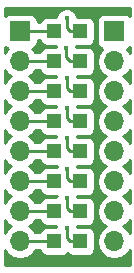
<source format=gbr>
G04 #@! TF.FileFunction,Copper,L1,Top,Signal*
%FSLAX46Y46*%
G04 Gerber Fmt 4.6, Leading zero omitted, Abs format (unit mm)*
G04 Created by KiCad (PCBNEW 4.0.7) date 11/15/17 16:50:02*
%MOMM*%
%LPD*%
G01*
G04 APERTURE LIST*
%ADD10C,0.100000*%
%ADD11R,1.700000X1.700000*%
%ADD12O,1.700000X1.700000*%
%ADD13R,1.200000X1.200000*%
%ADD14C,0.453000*%
%ADD15C,0.250000*%
%ADD16C,0.254000*%
G04 APERTURE END LIST*
D10*
D11*
X168947600Y-113109200D03*
D12*
X168947600Y-115649200D03*
X168947600Y-118189200D03*
X168947600Y-120729200D03*
X168947600Y-123269200D03*
X168947600Y-125809200D03*
X168947600Y-128349200D03*
X168947600Y-130889200D03*
D11*
X160947600Y-113109200D03*
D12*
X160947600Y-115649200D03*
X160947600Y-118189200D03*
X160947600Y-120729200D03*
X160947600Y-123269200D03*
X160947600Y-125809200D03*
X160947600Y-128349200D03*
X160947600Y-130889200D03*
D13*
X166047600Y-130889200D03*
X163847600Y-130889200D03*
X166047600Y-128349200D03*
X163847600Y-128349200D03*
X166047600Y-125809200D03*
X163847600Y-125809200D03*
X166047600Y-123269200D03*
X163847600Y-123269200D03*
X166047600Y-120729200D03*
X163847600Y-120729200D03*
X166047600Y-118189200D03*
X163847600Y-118189200D03*
X166047600Y-115649200D03*
X163847600Y-115649200D03*
X166047600Y-113109200D03*
X163847600Y-113109200D03*
D14*
X164900000Y-112000006D03*
X164850000Y-114500000D03*
X164900000Y-117050000D03*
X164900000Y-119600002D03*
X164900000Y-122150006D03*
X164950004Y-124750000D03*
X164900000Y-127250000D03*
X164900000Y-129750002D03*
D15*
X164900000Y-112320325D02*
X164900000Y-112000006D01*
X165197600Y-113109200D02*
X164900000Y-112811600D01*
X166047600Y-113109200D02*
X165197600Y-113109200D01*
X164900000Y-112811600D02*
X164900000Y-112320325D01*
X160947600Y-113109200D02*
X163847600Y-113109200D01*
X164850000Y-114820319D02*
X164850000Y-114500000D01*
X164850000Y-115301600D02*
X164850000Y-114820319D01*
X165197600Y-115649200D02*
X164850000Y-115301600D01*
X166047600Y-115649200D02*
X165197600Y-115649200D01*
X163847600Y-115649200D02*
X160947600Y-115649200D01*
X165197600Y-118189200D02*
X164900000Y-117891600D01*
X166047600Y-118189200D02*
X165197600Y-118189200D01*
X164900000Y-117891600D02*
X164900000Y-117370319D01*
X164900000Y-117370319D02*
X164900000Y-117050000D01*
X161149681Y-118189200D02*
X163847600Y-118189200D01*
X164900000Y-120431600D02*
X164900000Y-119920321D01*
X166047600Y-120729200D02*
X165197600Y-120729200D01*
X164900000Y-119920321D02*
X164900000Y-119600002D01*
X165197600Y-120729200D02*
X164900000Y-120431600D01*
X163847600Y-120729200D02*
X162997600Y-120729200D01*
X162997600Y-120729200D02*
X160947600Y-120729200D01*
X164900000Y-122971600D02*
X164900000Y-122470325D01*
X165197600Y-123269200D02*
X164900000Y-122971600D01*
X166047600Y-123269200D02*
X165197600Y-123269200D01*
X164900000Y-122470325D02*
X164900000Y-122150006D01*
X163847600Y-123269200D02*
X160947600Y-123269200D01*
X164950004Y-125070319D02*
X164950004Y-124750000D01*
X164950004Y-125561604D02*
X164950004Y-125070319D01*
X165197600Y-125809200D02*
X164950004Y-125561604D01*
X166047600Y-125809200D02*
X165197600Y-125809200D01*
X163847600Y-125809200D02*
X160947600Y-125809200D01*
X164900000Y-127570319D02*
X164900000Y-127250000D01*
X164900000Y-128051600D02*
X164900000Y-127570319D01*
X165197600Y-128349200D02*
X164900000Y-128051600D01*
X166047600Y-128349200D02*
X165197600Y-128349200D01*
X160947600Y-128349200D02*
X162149681Y-128349200D01*
X162149681Y-128349200D02*
X163847600Y-128349200D01*
X164900000Y-130070321D02*
X164900000Y-129750002D01*
X164900000Y-130591600D02*
X164900000Y-130070321D01*
X165197600Y-130889200D02*
X164900000Y-130591600D01*
X166047600Y-130889200D02*
X165197600Y-130889200D01*
X163847600Y-130889200D02*
X162997600Y-130889200D01*
X162997600Y-130889200D02*
X160947600Y-130889200D01*
D16*
G36*
X170240000Y-111792939D02*
X170049490Y-111662769D01*
X169797600Y-111611760D01*
X168097600Y-111611760D01*
X167862283Y-111656038D01*
X167646159Y-111795110D01*
X167501169Y-112007310D01*
X167450160Y-112259200D01*
X167450160Y-113959200D01*
X167494438Y-114194517D01*
X167633510Y-114410641D01*
X167845710Y-114555631D01*
X167913141Y-114569286D01*
X167868453Y-114599146D01*
X167546546Y-115080915D01*
X167433507Y-115649200D01*
X167546546Y-116217485D01*
X167868453Y-116699254D01*
X168197626Y-116919200D01*
X167868453Y-117139146D01*
X167546546Y-117620915D01*
X167433507Y-118189200D01*
X167546546Y-118757485D01*
X167868453Y-119239254D01*
X168197626Y-119459200D01*
X167868453Y-119679146D01*
X167546546Y-120160915D01*
X167433507Y-120729200D01*
X167546546Y-121297485D01*
X167868453Y-121779254D01*
X168197626Y-121999200D01*
X167868453Y-122219146D01*
X167546546Y-122700915D01*
X167433507Y-123269200D01*
X167546546Y-123837485D01*
X167868453Y-124319254D01*
X168197626Y-124539200D01*
X167868453Y-124759146D01*
X167546546Y-125240915D01*
X167433507Y-125809200D01*
X167546546Y-126377485D01*
X167868453Y-126859254D01*
X168197626Y-127079200D01*
X167868453Y-127299146D01*
X167546546Y-127780915D01*
X167433507Y-128349200D01*
X167546546Y-128917485D01*
X167868453Y-129399254D01*
X168197626Y-129619200D01*
X167868453Y-129839146D01*
X167546546Y-130320915D01*
X167433507Y-130889200D01*
X167546546Y-131457485D01*
X167868453Y-131939254D01*
X168350222Y-132261161D01*
X168918507Y-132374200D01*
X168976693Y-132374200D01*
X169544978Y-132261161D01*
X170026747Y-131939254D01*
X170240000Y-131620098D01*
X170240000Y-132890000D01*
X159660000Y-132890000D01*
X159660000Y-131627281D01*
X159868453Y-131939254D01*
X160350222Y-132261161D01*
X160918507Y-132374200D01*
X160976693Y-132374200D01*
X161544978Y-132261161D01*
X162026747Y-131939254D01*
X162220554Y-131649200D01*
X162630266Y-131649200D01*
X162644438Y-131724517D01*
X162783510Y-131940641D01*
X162995710Y-132085631D01*
X163247600Y-132136640D01*
X164447600Y-132136640D01*
X164682917Y-132092362D01*
X164899041Y-131953290D01*
X164946734Y-131883489D01*
X164983510Y-131940641D01*
X165195710Y-132085631D01*
X165447600Y-132136640D01*
X166647600Y-132136640D01*
X166882917Y-132092362D01*
X167099041Y-131953290D01*
X167244031Y-131741090D01*
X167295040Y-131489200D01*
X167295040Y-130289200D01*
X167250762Y-130053883D01*
X167111690Y-129837759D01*
X166899490Y-129692769D01*
X166647600Y-129641760D01*
X165761595Y-129641760D01*
X165761634Y-129596640D01*
X166647600Y-129596640D01*
X166882917Y-129552362D01*
X167099041Y-129413290D01*
X167244031Y-129201090D01*
X167295040Y-128949200D01*
X167295040Y-127749200D01*
X167250762Y-127513883D01*
X167111690Y-127297759D01*
X166899490Y-127152769D01*
X166647600Y-127101760D01*
X165761629Y-127101760D01*
X165761649Y-127079389D01*
X165752249Y-127056640D01*
X166647600Y-127056640D01*
X166882917Y-127012362D01*
X167099041Y-126873290D01*
X167244031Y-126661090D01*
X167295040Y-126409200D01*
X167295040Y-125209200D01*
X167250762Y-124973883D01*
X167111690Y-124757759D01*
X166899490Y-124612769D01*
X166647600Y-124561760D01*
X165804369Y-124561760D01*
X165785726Y-124516640D01*
X166647600Y-124516640D01*
X166882917Y-124472362D01*
X167099041Y-124333290D01*
X167244031Y-124121090D01*
X167295040Y-123869200D01*
X167295040Y-122669200D01*
X167250762Y-122433883D01*
X167111690Y-122217759D01*
X166899490Y-122072769D01*
X166647600Y-122021760D01*
X165761612Y-122021760D01*
X165761649Y-121979395D01*
X165760511Y-121976640D01*
X166647600Y-121976640D01*
X166882917Y-121932362D01*
X167099041Y-121793290D01*
X167244031Y-121581090D01*
X167295040Y-121329200D01*
X167295040Y-120129200D01*
X167250762Y-119893883D01*
X167111690Y-119677759D01*
X166899490Y-119532769D01*
X166647600Y-119481760D01*
X165761603Y-119481760D01*
X165761643Y-119436640D01*
X166647600Y-119436640D01*
X166882917Y-119392362D01*
X167099041Y-119253290D01*
X167244031Y-119041090D01*
X167295040Y-118789200D01*
X167295040Y-117589200D01*
X167250762Y-117353883D01*
X167111690Y-117137759D01*
X166899490Y-116992769D01*
X166647600Y-116941760D01*
X165761595Y-116941760D01*
X165761634Y-116896640D01*
X166647600Y-116896640D01*
X166882917Y-116852362D01*
X167099041Y-116713290D01*
X167244031Y-116501090D01*
X167295040Y-116249200D01*
X167295040Y-115049200D01*
X167250762Y-114813883D01*
X167111690Y-114597759D01*
X166899490Y-114452769D01*
X166647600Y-114401760D01*
X165711586Y-114401760D01*
X165711625Y-114356640D01*
X166647600Y-114356640D01*
X166882917Y-114312362D01*
X167099041Y-114173290D01*
X167244031Y-113961090D01*
X167295040Y-113709200D01*
X167295040Y-112509200D01*
X167250762Y-112273883D01*
X167111690Y-112057759D01*
X166899490Y-111912769D01*
X166647600Y-111861760D01*
X165761621Y-111861760D01*
X165761649Y-111829395D01*
X165630770Y-111512643D01*
X165388638Y-111270088D01*
X165072115Y-111138656D01*
X164729389Y-111138357D01*
X164412637Y-111269236D01*
X164170082Y-111511368D01*
X164038650Y-111827891D01*
X164038620Y-111861760D01*
X163247600Y-111861760D01*
X163012283Y-111906038D01*
X162796159Y-112045110D01*
X162651169Y-112257310D01*
X162632561Y-112349200D01*
X162445040Y-112349200D01*
X162445040Y-112259200D01*
X162400762Y-112023883D01*
X162261690Y-111807759D01*
X162049490Y-111662769D01*
X161797600Y-111611760D01*
X160097600Y-111611760D01*
X159862283Y-111656038D01*
X159660000Y-111786204D01*
X159660000Y-111110000D01*
X170240000Y-111110000D01*
X170240000Y-111792939D01*
X170240000Y-111792939D01*
G37*
X170240000Y-111792939D02*
X170049490Y-111662769D01*
X169797600Y-111611760D01*
X168097600Y-111611760D01*
X167862283Y-111656038D01*
X167646159Y-111795110D01*
X167501169Y-112007310D01*
X167450160Y-112259200D01*
X167450160Y-113959200D01*
X167494438Y-114194517D01*
X167633510Y-114410641D01*
X167845710Y-114555631D01*
X167913141Y-114569286D01*
X167868453Y-114599146D01*
X167546546Y-115080915D01*
X167433507Y-115649200D01*
X167546546Y-116217485D01*
X167868453Y-116699254D01*
X168197626Y-116919200D01*
X167868453Y-117139146D01*
X167546546Y-117620915D01*
X167433507Y-118189200D01*
X167546546Y-118757485D01*
X167868453Y-119239254D01*
X168197626Y-119459200D01*
X167868453Y-119679146D01*
X167546546Y-120160915D01*
X167433507Y-120729200D01*
X167546546Y-121297485D01*
X167868453Y-121779254D01*
X168197626Y-121999200D01*
X167868453Y-122219146D01*
X167546546Y-122700915D01*
X167433507Y-123269200D01*
X167546546Y-123837485D01*
X167868453Y-124319254D01*
X168197626Y-124539200D01*
X167868453Y-124759146D01*
X167546546Y-125240915D01*
X167433507Y-125809200D01*
X167546546Y-126377485D01*
X167868453Y-126859254D01*
X168197626Y-127079200D01*
X167868453Y-127299146D01*
X167546546Y-127780915D01*
X167433507Y-128349200D01*
X167546546Y-128917485D01*
X167868453Y-129399254D01*
X168197626Y-129619200D01*
X167868453Y-129839146D01*
X167546546Y-130320915D01*
X167433507Y-130889200D01*
X167546546Y-131457485D01*
X167868453Y-131939254D01*
X168350222Y-132261161D01*
X168918507Y-132374200D01*
X168976693Y-132374200D01*
X169544978Y-132261161D01*
X170026747Y-131939254D01*
X170240000Y-131620098D01*
X170240000Y-132890000D01*
X159660000Y-132890000D01*
X159660000Y-131627281D01*
X159868453Y-131939254D01*
X160350222Y-132261161D01*
X160918507Y-132374200D01*
X160976693Y-132374200D01*
X161544978Y-132261161D01*
X162026747Y-131939254D01*
X162220554Y-131649200D01*
X162630266Y-131649200D01*
X162644438Y-131724517D01*
X162783510Y-131940641D01*
X162995710Y-132085631D01*
X163247600Y-132136640D01*
X164447600Y-132136640D01*
X164682917Y-132092362D01*
X164899041Y-131953290D01*
X164946734Y-131883489D01*
X164983510Y-131940641D01*
X165195710Y-132085631D01*
X165447600Y-132136640D01*
X166647600Y-132136640D01*
X166882917Y-132092362D01*
X167099041Y-131953290D01*
X167244031Y-131741090D01*
X167295040Y-131489200D01*
X167295040Y-130289200D01*
X167250762Y-130053883D01*
X167111690Y-129837759D01*
X166899490Y-129692769D01*
X166647600Y-129641760D01*
X165761595Y-129641760D01*
X165761634Y-129596640D01*
X166647600Y-129596640D01*
X166882917Y-129552362D01*
X167099041Y-129413290D01*
X167244031Y-129201090D01*
X167295040Y-128949200D01*
X167295040Y-127749200D01*
X167250762Y-127513883D01*
X167111690Y-127297759D01*
X166899490Y-127152769D01*
X166647600Y-127101760D01*
X165761629Y-127101760D01*
X165761649Y-127079389D01*
X165752249Y-127056640D01*
X166647600Y-127056640D01*
X166882917Y-127012362D01*
X167099041Y-126873290D01*
X167244031Y-126661090D01*
X167295040Y-126409200D01*
X167295040Y-125209200D01*
X167250762Y-124973883D01*
X167111690Y-124757759D01*
X166899490Y-124612769D01*
X166647600Y-124561760D01*
X165804369Y-124561760D01*
X165785726Y-124516640D01*
X166647600Y-124516640D01*
X166882917Y-124472362D01*
X167099041Y-124333290D01*
X167244031Y-124121090D01*
X167295040Y-123869200D01*
X167295040Y-122669200D01*
X167250762Y-122433883D01*
X167111690Y-122217759D01*
X166899490Y-122072769D01*
X166647600Y-122021760D01*
X165761612Y-122021760D01*
X165761649Y-121979395D01*
X165760511Y-121976640D01*
X166647600Y-121976640D01*
X166882917Y-121932362D01*
X167099041Y-121793290D01*
X167244031Y-121581090D01*
X167295040Y-121329200D01*
X167295040Y-120129200D01*
X167250762Y-119893883D01*
X167111690Y-119677759D01*
X166899490Y-119532769D01*
X166647600Y-119481760D01*
X165761603Y-119481760D01*
X165761643Y-119436640D01*
X166647600Y-119436640D01*
X166882917Y-119392362D01*
X167099041Y-119253290D01*
X167244031Y-119041090D01*
X167295040Y-118789200D01*
X167295040Y-117589200D01*
X167250762Y-117353883D01*
X167111690Y-117137759D01*
X166899490Y-116992769D01*
X166647600Y-116941760D01*
X165761595Y-116941760D01*
X165761634Y-116896640D01*
X166647600Y-116896640D01*
X166882917Y-116852362D01*
X167099041Y-116713290D01*
X167244031Y-116501090D01*
X167295040Y-116249200D01*
X167295040Y-115049200D01*
X167250762Y-114813883D01*
X167111690Y-114597759D01*
X166899490Y-114452769D01*
X166647600Y-114401760D01*
X165711586Y-114401760D01*
X165711625Y-114356640D01*
X166647600Y-114356640D01*
X166882917Y-114312362D01*
X167099041Y-114173290D01*
X167244031Y-113961090D01*
X167295040Y-113709200D01*
X167295040Y-112509200D01*
X167250762Y-112273883D01*
X167111690Y-112057759D01*
X166899490Y-111912769D01*
X166647600Y-111861760D01*
X165761621Y-111861760D01*
X165761649Y-111829395D01*
X165630770Y-111512643D01*
X165388638Y-111270088D01*
X165072115Y-111138656D01*
X164729389Y-111138357D01*
X164412637Y-111269236D01*
X164170082Y-111511368D01*
X164038650Y-111827891D01*
X164038620Y-111861760D01*
X163247600Y-111861760D01*
X163012283Y-111906038D01*
X162796159Y-112045110D01*
X162651169Y-112257310D01*
X162632561Y-112349200D01*
X162445040Y-112349200D01*
X162445040Y-112259200D01*
X162400762Y-112023883D01*
X162261690Y-111807759D01*
X162049490Y-111662769D01*
X161797600Y-111611760D01*
X160097600Y-111611760D01*
X159862283Y-111656038D01*
X159660000Y-111786204D01*
X159660000Y-111110000D01*
X170240000Y-111110000D01*
X170240000Y-111792939D01*
G36*
X170240000Y-130158302D02*
X170026747Y-129839146D01*
X169697574Y-129619200D01*
X170026747Y-129399254D01*
X170240000Y-129080098D01*
X170240000Y-130158302D01*
X170240000Y-130158302D01*
G37*
X170240000Y-130158302D02*
X170026747Y-129839146D01*
X169697574Y-129619200D01*
X170026747Y-129399254D01*
X170240000Y-129080098D01*
X170240000Y-130158302D01*
G36*
X159868453Y-129399254D02*
X160197626Y-129619200D01*
X159868453Y-129839146D01*
X159660000Y-130151119D01*
X159660000Y-129087281D01*
X159868453Y-129399254D01*
X159868453Y-129399254D01*
G37*
X159868453Y-129399254D02*
X160197626Y-129619200D01*
X159868453Y-129839146D01*
X159660000Y-130151119D01*
X159660000Y-129087281D01*
X159868453Y-129399254D01*
G36*
X162644438Y-129184517D02*
X162783510Y-129400641D01*
X162995710Y-129545631D01*
X163247600Y-129596640D01*
X164038634Y-129596640D01*
X164038594Y-129641760D01*
X163247600Y-129641760D01*
X163012283Y-129686038D01*
X162796159Y-129825110D01*
X162651169Y-130037310D01*
X162632561Y-130129200D01*
X162220554Y-130129200D01*
X162026747Y-129839146D01*
X161697574Y-129619200D01*
X162026747Y-129399254D01*
X162220554Y-129109200D01*
X162630266Y-129109200D01*
X162644438Y-129184517D01*
X162644438Y-129184517D01*
G37*
X162644438Y-129184517D02*
X162783510Y-129400641D01*
X162995710Y-129545631D01*
X163247600Y-129596640D01*
X164038634Y-129596640D01*
X164038594Y-129641760D01*
X163247600Y-129641760D01*
X163012283Y-129686038D01*
X162796159Y-129825110D01*
X162651169Y-130037310D01*
X162632561Y-130129200D01*
X162220554Y-130129200D01*
X162026747Y-129839146D01*
X161697574Y-129619200D01*
X162026747Y-129399254D01*
X162220554Y-129109200D01*
X162630266Y-129109200D01*
X162644438Y-129184517D01*
G36*
X170240000Y-127618302D02*
X170026747Y-127299146D01*
X169697574Y-127079200D01*
X170026747Y-126859254D01*
X170240000Y-126540098D01*
X170240000Y-127618302D01*
X170240000Y-127618302D01*
G37*
X170240000Y-127618302D02*
X170026747Y-127299146D01*
X169697574Y-127079200D01*
X170026747Y-126859254D01*
X170240000Y-126540098D01*
X170240000Y-127618302D01*
G36*
X159868453Y-126859254D02*
X160197626Y-127079200D01*
X159868453Y-127299146D01*
X159660000Y-127611119D01*
X159660000Y-126547281D01*
X159868453Y-126859254D01*
X159868453Y-126859254D01*
G37*
X159868453Y-126859254D02*
X160197626Y-127079200D01*
X159868453Y-127299146D01*
X159660000Y-127611119D01*
X159660000Y-126547281D01*
X159868453Y-126859254D01*
G36*
X162644438Y-126644517D02*
X162783510Y-126860641D01*
X162995710Y-127005631D01*
X163247600Y-127056640D01*
X164047472Y-127056640D01*
X164038650Y-127077885D01*
X164038629Y-127101760D01*
X163247600Y-127101760D01*
X163012283Y-127146038D01*
X162796159Y-127285110D01*
X162651169Y-127497310D01*
X162632561Y-127589200D01*
X162220554Y-127589200D01*
X162026747Y-127299146D01*
X161697574Y-127079200D01*
X162026747Y-126859254D01*
X162220554Y-126569200D01*
X162630266Y-126569200D01*
X162644438Y-126644517D01*
X162644438Y-126644517D01*
G37*
X162644438Y-126644517D02*
X162783510Y-126860641D01*
X162995710Y-127005631D01*
X163247600Y-127056640D01*
X164047472Y-127056640D01*
X164038650Y-127077885D01*
X164038629Y-127101760D01*
X163247600Y-127101760D01*
X163012283Y-127146038D01*
X162796159Y-127285110D01*
X162651169Y-127497310D01*
X162632561Y-127589200D01*
X162220554Y-127589200D01*
X162026747Y-127299146D01*
X161697574Y-127079200D01*
X162026747Y-126859254D01*
X162220554Y-126569200D01*
X162630266Y-126569200D01*
X162644438Y-126644517D01*
G36*
X170240000Y-125078302D02*
X170026747Y-124759146D01*
X169697574Y-124539200D01*
X170026747Y-124319254D01*
X170240000Y-124000098D01*
X170240000Y-125078302D01*
X170240000Y-125078302D01*
G37*
X170240000Y-125078302D02*
X170026747Y-124759146D01*
X169697574Y-124539200D01*
X170026747Y-124319254D01*
X170240000Y-124000098D01*
X170240000Y-125078302D01*
G36*
X159868453Y-124319254D02*
X160197626Y-124539200D01*
X159868453Y-124759146D01*
X159660000Y-125071119D01*
X159660000Y-124007281D01*
X159868453Y-124319254D01*
X159868453Y-124319254D01*
G37*
X159868453Y-124319254D02*
X160197626Y-124539200D01*
X159868453Y-124759146D01*
X159660000Y-125071119D01*
X159660000Y-124007281D01*
X159868453Y-124319254D01*
G36*
X162644438Y-124104517D02*
X162783510Y-124320641D01*
X162995710Y-124465631D01*
X163247600Y-124516640D01*
X164114085Y-124516640D01*
X164095350Y-124561760D01*
X163247600Y-124561760D01*
X163012283Y-124606038D01*
X162796159Y-124745110D01*
X162651169Y-124957310D01*
X162632561Y-125049200D01*
X162220554Y-125049200D01*
X162026747Y-124759146D01*
X161697574Y-124539200D01*
X162026747Y-124319254D01*
X162220554Y-124029200D01*
X162630266Y-124029200D01*
X162644438Y-124104517D01*
X162644438Y-124104517D01*
G37*
X162644438Y-124104517D02*
X162783510Y-124320641D01*
X162995710Y-124465631D01*
X163247600Y-124516640D01*
X164114085Y-124516640D01*
X164095350Y-124561760D01*
X163247600Y-124561760D01*
X163012283Y-124606038D01*
X162796159Y-124745110D01*
X162651169Y-124957310D01*
X162632561Y-125049200D01*
X162220554Y-125049200D01*
X162026747Y-124759146D01*
X161697574Y-124539200D01*
X162026747Y-124319254D01*
X162220554Y-124029200D01*
X162630266Y-124029200D01*
X162644438Y-124104517D01*
G36*
X170240000Y-122538302D02*
X170026747Y-122219146D01*
X169697574Y-121999200D01*
X170026747Y-121779254D01*
X170240000Y-121460098D01*
X170240000Y-122538302D01*
X170240000Y-122538302D01*
G37*
X170240000Y-122538302D02*
X170026747Y-122219146D01*
X169697574Y-121999200D01*
X170026747Y-121779254D01*
X170240000Y-121460098D01*
X170240000Y-122538302D01*
G36*
X159868453Y-121779254D02*
X160197626Y-121999200D01*
X159868453Y-122219146D01*
X159660000Y-122531119D01*
X159660000Y-121467281D01*
X159868453Y-121779254D01*
X159868453Y-121779254D01*
G37*
X159868453Y-121779254D02*
X160197626Y-121999200D01*
X159868453Y-122219146D01*
X159660000Y-122531119D01*
X159660000Y-121467281D01*
X159868453Y-121779254D01*
G36*
X162644438Y-121564517D02*
X162783510Y-121780641D01*
X162995710Y-121925631D01*
X163247600Y-121976640D01*
X164039169Y-121976640D01*
X164038650Y-121977891D01*
X164038612Y-122021760D01*
X163247600Y-122021760D01*
X163012283Y-122066038D01*
X162796159Y-122205110D01*
X162651169Y-122417310D01*
X162632561Y-122509200D01*
X162220554Y-122509200D01*
X162026747Y-122219146D01*
X161697574Y-121999200D01*
X162026747Y-121779254D01*
X162220554Y-121489200D01*
X162630266Y-121489200D01*
X162644438Y-121564517D01*
X162644438Y-121564517D01*
G37*
X162644438Y-121564517D02*
X162783510Y-121780641D01*
X162995710Y-121925631D01*
X163247600Y-121976640D01*
X164039169Y-121976640D01*
X164038650Y-121977891D01*
X164038612Y-122021760D01*
X163247600Y-122021760D01*
X163012283Y-122066038D01*
X162796159Y-122205110D01*
X162651169Y-122417310D01*
X162632561Y-122509200D01*
X162220554Y-122509200D01*
X162026747Y-122219146D01*
X161697574Y-121999200D01*
X162026747Y-121779254D01*
X162220554Y-121489200D01*
X162630266Y-121489200D01*
X162644438Y-121564517D01*
G36*
X170240000Y-119998302D02*
X170026747Y-119679146D01*
X169697574Y-119459200D01*
X170026747Y-119239254D01*
X170240000Y-118920098D01*
X170240000Y-119998302D01*
X170240000Y-119998302D01*
G37*
X170240000Y-119998302D02*
X170026747Y-119679146D01*
X169697574Y-119459200D01*
X170026747Y-119239254D01*
X170240000Y-118920098D01*
X170240000Y-119998302D01*
G36*
X159868453Y-119239254D02*
X160197626Y-119459200D01*
X159868453Y-119679146D01*
X159660000Y-119991119D01*
X159660000Y-118927281D01*
X159868453Y-119239254D01*
X159868453Y-119239254D01*
G37*
X159868453Y-119239254D02*
X160197626Y-119459200D01*
X159868453Y-119679146D01*
X159660000Y-119991119D01*
X159660000Y-118927281D01*
X159868453Y-119239254D01*
G36*
X162644438Y-119024517D02*
X162783510Y-119240641D01*
X162995710Y-119385631D01*
X163247600Y-119436640D01*
X164038642Y-119436640D01*
X164038603Y-119481760D01*
X163247600Y-119481760D01*
X163012283Y-119526038D01*
X162796159Y-119665110D01*
X162651169Y-119877310D01*
X162632561Y-119969200D01*
X162220554Y-119969200D01*
X162026747Y-119679146D01*
X161697574Y-119459200D01*
X162026747Y-119239254D01*
X162220554Y-118949200D01*
X162630266Y-118949200D01*
X162644438Y-119024517D01*
X162644438Y-119024517D01*
G37*
X162644438Y-119024517D02*
X162783510Y-119240641D01*
X162995710Y-119385631D01*
X163247600Y-119436640D01*
X164038642Y-119436640D01*
X164038603Y-119481760D01*
X163247600Y-119481760D01*
X163012283Y-119526038D01*
X162796159Y-119665110D01*
X162651169Y-119877310D01*
X162632561Y-119969200D01*
X162220554Y-119969200D01*
X162026747Y-119679146D01*
X161697574Y-119459200D01*
X162026747Y-119239254D01*
X162220554Y-118949200D01*
X162630266Y-118949200D01*
X162644438Y-119024517D01*
G36*
X170240000Y-117458302D02*
X170026747Y-117139146D01*
X169697574Y-116919200D01*
X170026747Y-116699254D01*
X170240000Y-116380098D01*
X170240000Y-117458302D01*
X170240000Y-117458302D01*
G37*
X170240000Y-117458302D02*
X170026747Y-117139146D01*
X169697574Y-116919200D01*
X170026747Y-116699254D01*
X170240000Y-116380098D01*
X170240000Y-117458302D01*
G36*
X159868453Y-116699254D02*
X160197626Y-116919200D01*
X159868453Y-117139146D01*
X159660000Y-117451119D01*
X159660000Y-116387281D01*
X159868453Y-116699254D01*
X159868453Y-116699254D01*
G37*
X159868453Y-116699254D02*
X160197626Y-116919200D01*
X159868453Y-117139146D01*
X159660000Y-117451119D01*
X159660000Y-116387281D01*
X159868453Y-116699254D01*
G36*
X162644438Y-116484517D02*
X162783510Y-116700641D01*
X162995710Y-116845631D01*
X163247600Y-116896640D01*
X164038634Y-116896640D01*
X164038594Y-116941760D01*
X163247600Y-116941760D01*
X163012283Y-116986038D01*
X162796159Y-117125110D01*
X162651169Y-117337310D01*
X162632561Y-117429200D01*
X162220554Y-117429200D01*
X162026747Y-117139146D01*
X161697574Y-116919200D01*
X162026747Y-116699254D01*
X162220554Y-116409200D01*
X162630266Y-116409200D01*
X162644438Y-116484517D01*
X162644438Y-116484517D01*
G37*
X162644438Y-116484517D02*
X162783510Y-116700641D01*
X162995710Y-116845631D01*
X163247600Y-116896640D01*
X164038634Y-116896640D01*
X164038594Y-116941760D01*
X163247600Y-116941760D01*
X163012283Y-116986038D01*
X162796159Y-117125110D01*
X162651169Y-117337310D01*
X162632561Y-117429200D01*
X162220554Y-117429200D01*
X162026747Y-117139146D01*
X161697574Y-116919200D01*
X162026747Y-116699254D01*
X162220554Y-116409200D01*
X162630266Y-116409200D01*
X162644438Y-116484517D01*
G36*
X170240000Y-114918302D02*
X170026747Y-114599146D01*
X169985148Y-114571350D01*
X170032917Y-114562362D01*
X170240000Y-114429108D01*
X170240000Y-114918302D01*
X170240000Y-114918302D01*
G37*
X170240000Y-114918302D02*
X170026747Y-114599146D01*
X169985148Y-114571350D01*
X170032917Y-114562362D01*
X170240000Y-114429108D01*
X170240000Y-114918302D01*
G36*
X159845710Y-114555631D02*
X159913141Y-114569286D01*
X159868453Y-114599146D01*
X159660000Y-114911119D01*
X159660000Y-114428741D01*
X159845710Y-114555631D01*
X159845710Y-114555631D01*
G37*
X159845710Y-114555631D02*
X159913141Y-114569286D01*
X159868453Y-114599146D01*
X159660000Y-114911119D01*
X159660000Y-114428741D01*
X159845710Y-114555631D01*
G36*
X162644438Y-113944517D02*
X162783510Y-114160641D01*
X162995710Y-114305631D01*
X163247600Y-114356640D01*
X163988625Y-114356640D01*
X163988586Y-114401760D01*
X163247600Y-114401760D01*
X163012283Y-114446038D01*
X162796159Y-114585110D01*
X162651169Y-114797310D01*
X162632561Y-114889200D01*
X162220554Y-114889200D01*
X162026747Y-114599146D01*
X161985148Y-114571350D01*
X162032917Y-114562362D01*
X162249041Y-114423290D01*
X162394031Y-114211090D01*
X162445040Y-113959200D01*
X162445040Y-113869200D01*
X162630266Y-113869200D01*
X162644438Y-113944517D01*
X162644438Y-113944517D01*
G37*
X162644438Y-113944517D02*
X162783510Y-114160641D01*
X162995710Y-114305631D01*
X163247600Y-114356640D01*
X163988625Y-114356640D01*
X163988586Y-114401760D01*
X163247600Y-114401760D01*
X163012283Y-114446038D01*
X162796159Y-114585110D01*
X162651169Y-114797310D01*
X162632561Y-114889200D01*
X162220554Y-114889200D01*
X162026747Y-114599146D01*
X161985148Y-114571350D01*
X162032917Y-114562362D01*
X162249041Y-114423290D01*
X162394031Y-114211090D01*
X162445040Y-113959200D01*
X162445040Y-113869200D01*
X162630266Y-113869200D01*
X162644438Y-113944517D01*
M02*

</source>
